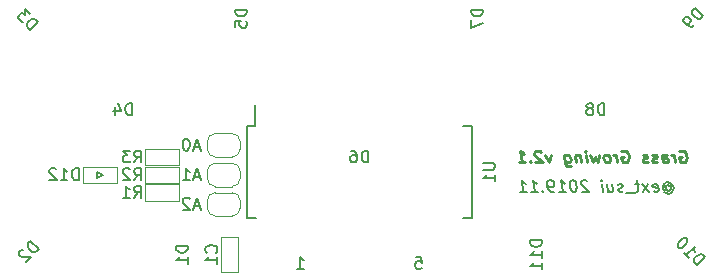
<source format=gbo>
G04 #@! TF.GenerationSoftware,KiCad,Pcbnew,(5.0.2)-1*
G04 #@! TF.CreationDate,2019-11-13T22:38:42+09:00*
G04 #@! TF.ProjectId,Grass,47726173-732e-46b6-9963-61645f706362,rev?*
G04 #@! TF.SameCoordinates,Original*
G04 #@! TF.FileFunction,Legend,Bot*
G04 #@! TF.FilePolarity,Positive*
%FSLAX46Y46*%
G04 Gerber Fmt 4.6, Leading zero omitted, Abs format (unit mm)*
G04 Created by KiCad (PCBNEW (5.0.2)-1) date 2019/11/13 22:38:42*
%MOMM*%
%LPD*%
G01*
G04 APERTURE LIST*
%ADD10C,0.150000*%
%ADD11C,0.200000*%
%ADD12C,0.250000*%
%ADD13C,0.120000*%
G04 APERTURE END LIST*
D10*
X134761904Y-148452380D02*
X135238095Y-148452380D01*
X135285714Y-148928571D01*
X135238095Y-148880952D01*
X135142857Y-148833333D01*
X134904761Y-148833333D01*
X134809523Y-148880952D01*
X134761904Y-148928571D01*
X134714285Y-149023809D01*
X134714285Y-149261904D01*
X134761904Y-149357142D01*
X134809523Y-149404761D01*
X134904761Y-149452380D01*
X135142857Y-149452380D01*
X135238095Y-149404761D01*
X135285714Y-149357142D01*
X124714285Y-149452380D02*
X125285714Y-149452380D01*
X125000000Y-149452380D02*
X125000000Y-148452380D01*
X125095238Y-148595238D01*
X125190476Y-148690476D01*
X125285714Y-148738095D01*
D11*
X155901666Y-142476190D02*
X155943333Y-142428571D01*
X156032619Y-142380952D01*
X156127857Y-142380952D01*
X156229047Y-142428571D01*
X156282619Y-142476190D01*
X156342142Y-142571428D01*
X156354047Y-142666666D01*
X156318333Y-142761904D01*
X156276666Y-142809523D01*
X156187380Y-142857142D01*
X156092142Y-142857142D01*
X155990952Y-142809523D01*
X155937380Y-142761904D01*
X155889761Y-142380952D02*
X155937380Y-142761904D01*
X155895714Y-142809523D01*
X155848095Y-142809523D01*
X155746904Y-142761904D01*
X155687380Y-142666666D01*
X155657619Y-142428571D01*
X155735000Y-142285714D01*
X155865952Y-142190476D01*
X156050476Y-142142857D01*
X156246904Y-142190476D01*
X156401666Y-142285714D01*
X156514761Y-142428571D01*
X156586190Y-142619047D01*
X156562380Y-142809523D01*
X156485000Y-142952380D01*
X156354047Y-143047619D01*
X156169523Y-143095238D01*
X155973095Y-143047619D01*
X155818333Y-142952380D01*
X154907619Y-142904761D02*
X155008809Y-142952380D01*
X155199285Y-142952380D01*
X155288571Y-142904761D01*
X155324285Y-142809523D01*
X155276666Y-142428571D01*
X155217142Y-142333333D01*
X155115952Y-142285714D01*
X154925476Y-142285714D01*
X154836190Y-142333333D01*
X154800476Y-142428571D01*
X154812380Y-142523809D01*
X155300476Y-142619047D01*
X154532619Y-142952380D02*
X153925476Y-142285714D01*
X154449285Y-142285714D02*
X154008809Y-142952380D01*
X153687380Y-142285714D02*
X153306428Y-142285714D01*
X153502857Y-141952380D02*
X153610000Y-142809523D01*
X153574285Y-142904761D01*
X153485000Y-142952380D01*
X153389761Y-142952380D01*
X153306428Y-143047619D02*
X152544523Y-143047619D01*
X152336190Y-142904761D02*
X152246904Y-142952380D01*
X152056428Y-142952380D01*
X151955238Y-142904761D01*
X151895714Y-142809523D01*
X151889761Y-142761904D01*
X151925476Y-142666666D01*
X152014761Y-142619047D01*
X152157619Y-142619047D01*
X152246904Y-142571428D01*
X152282619Y-142476190D01*
X152276666Y-142428571D01*
X152217142Y-142333333D01*
X152115952Y-142285714D01*
X151973095Y-142285714D01*
X151883809Y-142333333D01*
X150973095Y-142285714D02*
X151056428Y-142952380D01*
X151401666Y-142285714D02*
X151467142Y-142809523D01*
X151431428Y-142904761D01*
X151342142Y-142952380D01*
X151199285Y-142952380D01*
X151098095Y-142904761D01*
X151044523Y-142857142D01*
X150580238Y-142952380D02*
X150496904Y-142285714D01*
X150455238Y-141952380D02*
X150508809Y-142000000D01*
X150467142Y-142047619D01*
X150413571Y-142000000D01*
X150455238Y-141952380D01*
X150467142Y-142047619D01*
X149276666Y-142047619D02*
X149223095Y-142000000D01*
X149121904Y-141952380D01*
X148883809Y-141952380D01*
X148794523Y-142000000D01*
X148752857Y-142047619D01*
X148717142Y-142142857D01*
X148729047Y-142238095D01*
X148794523Y-142380952D01*
X149437380Y-142952380D01*
X148818333Y-142952380D01*
X148074285Y-141952380D02*
X147979047Y-141952380D01*
X147889761Y-142000000D01*
X147848095Y-142047619D01*
X147812380Y-142142857D01*
X147788571Y-142333333D01*
X147818333Y-142571428D01*
X147889761Y-142761904D01*
X147949285Y-142857142D01*
X148002857Y-142904761D01*
X148104047Y-142952380D01*
X148199285Y-142952380D01*
X148288571Y-142904761D01*
X148330238Y-142857142D01*
X148365952Y-142761904D01*
X148389761Y-142571428D01*
X148360000Y-142333333D01*
X148288571Y-142142857D01*
X148229047Y-142047619D01*
X148175476Y-142000000D01*
X148074285Y-141952380D01*
X146913571Y-142952380D02*
X147485000Y-142952380D01*
X147199285Y-142952380D02*
X147074285Y-141952380D01*
X147187380Y-142095238D01*
X147294523Y-142190476D01*
X147395714Y-142238095D01*
X146437380Y-142952380D02*
X146246904Y-142952380D01*
X146145714Y-142904761D01*
X146092142Y-142857142D01*
X145979047Y-142714285D01*
X145907619Y-142523809D01*
X145860000Y-142142857D01*
X145895714Y-142047619D01*
X145937380Y-142000000D01*
X146026666Y-141952380D01*
X146217142Y-141952380D01*
X146318333Y-142000000D01*
X146371904Y-142047619D01*
X146431428Y-142142857D01*
X146461190Y-142380952D01*
X146425476Y-142476190D01*
X146383809Y-142523809D01*
X146294523Y-142571428D01*
X146104047Y-142571428D01*
X146002857Y-142523809D01*
X145949285Y-142476190D01*
X145889761Y-142380952D01*
X145520714Y-142857142D02*
X145479047Y-142904761D01*
X145532619Y-142952380D01*
X145574285Y-142904761D01*
X145520714Y-142857142D01*
X145532619Y-142952380D01*
X144532619Y-142952380D02*
X145104047Y-142952380D01*
X144818333Y-142952380D02*
X144693333Y-141952380D01*
X144806428Y-142095238D01*
X144913571Y-142190476D01*
X145014761Y-142238095D01*
X143580238Y-142952380D02*
X144151666Y-142952380D01*
X143865952Y-142952380D02*
X143740952Y-141952380D01*
X143854047Y-142095238D01*
X143961190Y-142190476D01*
X144062380Y-142238095D01*
D12*
X157060491Y-139500000D02*
X157149776Y-139452380D01*
X157292633Y-139452380D01*
X157441443Y-139500000D01*
X157548586Y-139595238D01*
X157608110Y-139690476D01*
X157679538Y-139880952D01*
X157697395Y-140023809D01*
X157673586Y-140214285D01*
X157637872Y-140309523D01*
X157554538Y-140404761D01*
X157417633Y-140452380D01*
X157322395Y-140452380D01*
X157173586Y-140404761D01*
X157120014Y-140357142D01*
X157078348Y-140023809D01*
X157268824Y-140023809D01*
X156703348Y-140452380D02*
X156620014Y-139785714D01*
X156643824Y-139976190D02*
X156584300Y-139880952D01*
X156530729Y-139833333D01*
X156429538Y-139785714D01*
X156334300Y-139785714D01*
X155655729Y-140452380D02*
X155590252Y-139928571D01*
X155625967Y-139833333D01*
X155715252Y-139785714D01*
X155905729Y-139785714D01*
X156006919Y-139833333D01*
X155649776Y-140404761D02*
X155750967Y-140452380D01*
X155989062Y-140452380D01*
X156078348Y-140404761D01*
X156114062Y-140309523D01*
X156102157Y-140214285D01*
X156042633Y-140119047D01*
X155941443Y-140071428D01*
X155703348Y-140071428D01*
X155602157Y-140023809D01*
X155221205Y-140404761D02*
X155131919Y-140452380D01*
X154941443Y-140452380D01*
X154840252Y-140404761D01*
X154780729Y-140309523D01*
X154774776Y-140261904D01*
X154810491Y-140166666D01*
X154899776Y-140119047D01*
X155042633Y-140119047D01*
X155131919Y-140071428D01*
X155167633Y-139976190D01*
X155161681Y-139928571D01*
X155102157Y-139833333D01*
X155000967Y-139785714D01*
X154858110Y-139785714D01*
X154768824Y-139833333D01*
X154411681Y-140404761D02*
X154322395Y-140452380D01*
X154131919Y-140452380D01*
X154030729Y-140404761D01*
X153971205Y-140309523D01*
X153965252Y-140261904D01*
X154000967Y-140166666D01*
X154090252Y-140119047D01*
X154233110Y-140119047D01*
X154322395Y-140071428D01*
X154358110Y-139976190D01*
X154352157Y-139928571D01*
X154292633Y-139833333D01*
X154191443Y-139785714D01*
X154048586Y-139785714D01*
X153959300Y-139833333D01*
X152155729Y-139500000D02*
X152245014Y-139452380D01*
X152387872Y-139452380D01*
X152536681Y-139500000D01*
X152643824Y-139595238D01*
X152703348Y-139690476D01*
X152774776Y-139880952D01*
X152792633Y-140023809D01*
X152768824Y-140214285D01*
X152733110Y-140309523D01*
X152649776Y-140404761D01*
X152512872Y-140452380D01*
X152417633Y-140452380D01*
X152268824Y-140404761D01*
X152215252Y-140357142D01*
X152173586Y-140023809D01*
X152364062Y-140023809D01*
X151798586Y-140452380D02*
X151715252Y-139785714D01*
X151739062Y-139976190D02*
X151679538Y-139880952D01*
X151625967Y-139833333D01*
X151524776Y-139785714D01*
X151429538Y-139785714D01*
X151036681Y-140452380D02*
X151125967Y-140404761D01*
X151167633Y-140357142D01*
X151203348Y-140261904D01*
X151167633Y-139976190D01*
X151108110Y-139880952D01*
X151054538Y-139833333D01*
X150953348Y-139785714D01*
X150810491Y-139785714D01*
X150721205Y-139833333D01*
X150679538Y-139880952D01*
X150643824Y-139976190D01*
X150679538Y-140261904D01*
X150739062Y-140357142D01*
X150792633Y-140404761D01*
X150893824Y-140452380D01*
X151036681Y-140452380D01*
X150286681Y-139785714D02*
X150179538Y-140452380D01*
X149929538Y-139976190D01*
X149798586Y-140452380D01*
X149524776Y-139785714D01*
X149227157Y-140452380D02*
X149143824Y-139785714D01*
X149102157Y-139452380D02*
X149155729Y-139500000D01*
X149114062Y-139547619D01*
X149060491Y-139500000D01*
X149102157Y-139452380D01*
X149114062Y-139547619D01*
X148667633Y-139785714D02*
X148750967Y-140452380D01*
X148679538Y-139880952D02*
X148625967Y-139833333D01*
X148524776Y-139785714D01*
X148381919Y-139785714D01*
X148292633Y-139833333D01*
X148256919Y-139928571D01*
X148322395Y-140452380D01*
X147334300Y-139785714D02*
X147435491Y-140595238D01*
X147495014Y-140690476D01*
X147548586Y-140738095D01*
X147649776Y-140785714D01*
X147792633Y-140785714D01*
X147881919Y-140738095D01*
X147411681Y-140404761D02*
X147512872Y-140452380D01*
X147703348Y-140452380D01*
X147792633Y-140404761D01*
X147834300Y-140357142D01*
X147870014Y-140261904D01*
X147834300Y-139976190D01*
X147774776Y-139880952D01*
X147721205Y-139833333D01*
X147620014Y-139785714D01*
X147429538Y-139785714D01*
X147340252Y-139833333D01*
X146191443Y-139785714D02*
X146036681Y-140452380D01*
X145715252Y-139785714D01*
X145352157Y-139547619D02*
X145298586Y-139500000D01*
X145197395Y-139452380D01*
X144959300Y-139452380D01*
X144870014Y-139500000D01*
X144828348Y-139547619D01*
X144792633Y-139642857D01*
X144804538Y-139738095D01*
X144870014Y-139880952D01*
X145512872Y-140452380D01*
X144893824Y-140452380D01*
X144453348Y-140357142D02*
X144411681Y-140404761D01*
X144465252Y-140452380D01*
X144506919Y-140404761D01*
X144453348Y-140357142D01*
X144465252Y-140452380D01*
X143465252Y-140452380D02*
X144036681Y-140452380D01*
X143750967Y-140452380D02*
X143625967Y-139452380D01*
X143739062Y-139595238D01*
X143846205Y-139690476D01*
X143947395Y-139738095D01*
D13*
G04 #@! TO.C,C1*
X119700000Y-149700000D02*
X118300000Y-149700000D01*
X119700000Y-146800000D02*
X118300000Y-146800000D01*
X118300000Y-146800000D02*
X118300000Y-149700000D01*
X119700000Y-149700000D02*
X119700000Y-146800000D01*
G04 #@! TO.C,JP1*
X119200000Y-145000000D02*
G75*
G03X119900000Y-144300000I0J700000D01*
G01*
X119900000Y-143700000D02*
G75*
G03X119200000Y-143000000I-700000J0D01*
G01*
X117800000Y-143000000D02*
G75*
G03X117100000Y-143700000I0J-700000D01*
G01*
X117100000Y-144300000D02*
G75*
G03X117800000Y-145000000I700000J0D01*
G01*
X117100000Y-143700000D02*
X117100000Y-144300000D01*
X119200000Y-143000000D02*
X117800000Y-143000000D01*
X119900000Y-144300000D02*
X119900000Y-143700000D01*
X117800000Y-145000000D02*
X119200000Y-145000000D01*
G04 #@! TO.C,JP2*
X117800000Y-142500000D02*
X119200000Y-142500000D01*
X119900000Y-141800000D02*
X119900000Y-141200000D01*
X119200000Y-140500000D02*
X117800000Y-140500000D01*
X117100000Y-141200000D02*
X117100000Y-141800000D01*
X117100000Y-141800000D02*
G75*
G03X117800000Y-142500000I700000J0D01*
G01*
X117800000Y-140500000D02*
G75*
G03X117100000Y-141200000I0J-700000D01*
G01*
X119900000Y-141200000D02*
G75*
G03X119200000Y-140500000I-700000J0D01*
G01*
X119200000Y-142500000D02*
G75*
G03X119900000Y-141800000I0J700000D01*
G01*
G04 #@! TO.C,JP3*
X119200000Y-140000000D02*
G75*
G03X119900000Y-139300000I0J700000D01*
G01*
X119900000Y-138700000D02*
G75*
G03X119200000Y-138000000I-700000J0D01*
G01*
X117800000Y-138000000D02*
G75*
G03X117100000Y-138700000I0J-700000D01*
G01*
X117100000Y-139300000D02*
G75*
G03X117800000Y-140000000I700000J0D01*
G01*
X117100000Y-138700000D02*
X117100000Y-139300000D01*
X119200000Y-138000000D02*
X117800000Y-138000000D01*
X119900000Y-139300000D02*
X119900000Y-138700000D01*
X117800000Y-140000000D02*
X119200000Y-140000000D01*
G04 #@! TO.C,R1*
X114700000Y-142300000D02*
X114700000Y-143700000D01*
X111800000Y-142300000D02*
X111800000Y-143700000D01*
X111800000Y-143700000D02*
X114700000Y-143700000D01*
X114700000Y-142300000D02*
X111800000Y-142300000D01*
G04 #@! TO.C,R2*
X114700000Y-140800000D02*
X111800000Y-140800000D01*
X111800000Y-142200000D02*
X114700000Y-142200000D01*
X111800000Y-140800000D02*
X111800000Y-142200000D01*
X114700000Y-140800000D02*
X114700000Y-142200000D01*
G04 #@! TO.C,R3*
X114700000Y-139300000D02*
X114700000Y-140700000D01*
X111800000Y-139300000D02*
X111800000Y-140700000D01*
X111800000Y-140700000D02*
X114700000Y-140700000D01*
X114700000Y-139300000D02*
X111800000Y-139300000D01*
D10*
G04 #@! TO.C,U1*
X120475000Y-137375000D02*
X121125000Y-137375000D01*
X120475000Y-145125000D02*
X121220000Y-145125000D01*
X139525000Y-145125000D02*
X138780000Y-145125000D01*
X139525000Y-137375000D02*
X138780000Y-137375000D01*
X120475000Y-137375000D02*
X120475000Y-145125000D01*
X139525000Y-137375000D02*
X139525000Y-145125000D01*
X121125000Y-137375000D02*
X121125000Y-135550000D01*
D13*
G04 #@! TO.C,D12*
X109450000Y-140800000D02*
X109450000Y-142200000D01*
X106550000Y-140800000D02*
X106550000Y-142200000D01*
X106550000Y-142200000D02*
X109450000Y-142200000D01*
X109450000Y-140800000D02*
X106550000Y-140800000D01*
D10*
X107750000Y-141250000D02*
X107750000Y-141750000D01*
X108250000Y-141500000D02*
X107750000Y-141250000D01*
X108250000Y-141500000D02*
X107750000Y-141750000D01*
G04 #@! TD*
G04 #@! TO.C,C1*
X117857142Y-148083333D02*
X117904761Y-148035714D01*
X117952380Y-147892857D01*
X117952380Y-147797619D01*
X117904761Y-147654761D01*
X117809523Y-147559523D01*
X117714285Y-147511904D01*
X117523809Y-147464285D01*
X117380952Y-147464285D01*
X117190476Y-147511904D01*
X117095238Y-147559523D01*
X117000000Y-147654761D01*
X116952380Y-147797619D01*
X116952380Y-147892857D01*
X117000000Y-148035714D01*
X117047619Y-148083333D01*
X117952380Y-149035714D02*
X117952380Y-148464285D01*
X117952380Y-148750000D02*
X116952380Y-148750000D01*
X117095238Y-148654761D01*
X117190476Y-148559523D01*
X117238095Y-148464285D01*
G04 #@! TO.C,JP1*
X116464285Y-144166666D02*
X115988095Y-144166666D01*
X116559523Y-144452380D02*
X116226190Y-143452380D01*
X115892857Y-144452380D01*
X115607142Y-143547619D02*
X115559523Y-143500000D01*
X115464285Y-143452380D01*
X115226190Y-143452380D01*
X115130952Y-143500000D01*
X115083333Y-143547619D01*
X115035714Y-143642857D01*
X115035714Y-143738095D01*
X115083333Y-143880952D01*
X115654761Y-144452380D01*
X115035714Y-144452380D01*
G04 #@! TO.C,JP2*
X116464285Y-141666666D02*
X115988095Y-141666666D01*
X116559523Y-141952380D02*
X116226190Y-140952380D01*
X115892857Y-141952380D01*
X115035714Y-141952380D02*
X115607142Y-141952380D01*
X115321428Y-141952380D02*
X115321428Y-140952380D01*
X115416666Y-141095238D01*
X115511904Y-141190476D01*
X115607142Y-141238095D01*
G04 #@! TO.C,JP3*
X116464285Y-139166666D02*
X115988095Y-139166666D01*
X116559523Y-139452380D02*
X116226190Y-138452380D01*
X115892857Y-139452380D01*
X115369047Y-138452380D02*
X115273809Y-138452380D01*
X115178571Y-138500000D01*
X115130952Y-138547619D01*
X115083333Y-138642857D01*
X115035714Y-138833333D01*
X115035714Y-139071428D01*
X115083333Y-139261904D01*
X115130952Y-139357142D01*
X115178571Y-139404761D01*
X115273809Y-139452380D01*
X115369047Y-139452380D01*
X115464285Y-139404761D01*
X115511904Y-139357142D01*
X115559523Y-139261904D01*
X115607142Y-139071428D01*
X115607142Y-138833333D01*
X115559523Y-138642857D01*
X115511904Y-138547619D01*
X115464285Y-138500000D01*
X115369047Y-138452380D01*
G04 #@! TO.C,R1*
X110916666Y-143452380D02*
X111250000Y-142976190D01*
X111488095Y-143452380D02*
X111488095Y-142452380D01*
X111107142Y-142452380D01*
X111011904Y-142500000D01*
X110964285Y-142547619D01*
X110916666Y-142642857D01*
X110916666Y-142785714D01*
X110964285Y-142880952D01*
X111011904Y-142928571D01*
X111107142Y-142976190D01*
X111488095Y-142976190D01*
X109964285Y-143452380D02*
X110535714Y-143452380D01*
X110250000Y-143452380D02*
X110250000Y-142452380D01*
X110345238Y-142595238D01*
X110440476Y-142690476D01*
X110535714Y-142738095D01*
G04 #@! TO.C,R2*
X110916666Y-141952380D02*
X111250000Y-141476190D01*
X111488095Y-141952380D02*
X111488095Y-140952380D01*
X111107142Y-140952380D01*
X111011904Y-141000000D01*
X110964285Y-141047619D01*
X110916666Y-141142857D01*
X110916666Y-141285714D01*
X110964285Y-141380952D01*
X111011904Y-141428571D01*
X111107142Y-141476190D01*
X111488095Y-141476190D01*
X110535714Y-141047619D02*
X110488095Y-141000000D01*
X110392857Y-140952380D01*
X110154761Y-140952380D01*
X110059523Y-141000000D01*
X110011904Y-141047619D01*
X109964285Y-141142857D01*
X109964285Y-141238095D01*
X110011904Y-141380952D01*
X110583333Y-141952380D01*
X109964285Y-141952380D01*
G04 #@! TO.C,R3*
X110916666Y-140452380D02*
X111250000Y-139976190D01*
X111488095Y-140452380D02*
X111488095Y-139452380D01*
X111107142Y-139452380D01*
X111011904Y-139500000D01*
X110964285Y-139547619D01*
X110916666Y-139642857D01*
X110916666Y-139785714D01*
X110964285Y-139880952D01*
X111011904Y-139928571D01*
X111107142Y-139976190D01*
X111488095Y-139976190D01*
X110583333Y-139452380D02*
X109964285Y-139452380D01*
X110297619Y-139833333D01*
X110154761Y-139833333D01*
X110059523Y-139880952D01*
X110011904Y-139928571D01*
X109964285Y-140023809D01*
X109964285Y-140261904D01*
X110011904Y-140357142D01*
X110059523Y-140404761D01*
X110154761Y-140452380D01*
X110440476Y-140452380D01*
X110535714Y-140404761D01*
X110583333Y-140357142D01*
G04 #@! TO.C,U1*
X140452380Y-140488095D02*
X141261904Y-140488095D01*
X141357142Y-140535714D01*
X141404761Y-140583333D01*
X141452380Y-140678571D01*
X141452380Y-140869047D01*
X141404761Y-140964285D01*
X141357142Y-141011904D01*
X141261904Y-141059523D01*
X140452380Y-141059523D01*
X141452380Y-142059523D02*
X141452380Y-141488095D01*
X141452380Y-141773809D02*
X140452380Y-141773809D01*
X140595238Y-141678571D01*
X140690476Y-141583333D01*
X140738095Y-141488095D01*
G04 #@! TO.C,D1*
X115452380Y-147511904D02*
X114452380Y-147511904D01*
X114452380Y-147750000D01*
X114500000Y-147892857D01*
X114595238Y-147988095D01*
X114690476Y-148035714D01*
X114880952Y-148083333D01*
X115023809Y-148083333D01*
X115214285Y-148035714D01*
X115309523Y-147988095D01*
X115404761Y-147892857D01*
X115452380Y-147750000D01*
X115452380Y-147511904D01*
X115452380Y-149035714D02*
X115452380Y-148464285D01*
X115452380Y-148750000D02*
X114452380Y-148750000D01*
X114595238Y-148654761D01*
X114690476Y-148559523D01*
X114738095Y-148464285D01*
G04 #@! TO.C,D2*
X102841793Y-147797969D02*
X102134687Y-147090862D01*
X101966328Y-147259221D01*
X101898984Y-147393908D01*
X101898984Y-147528595D01*
X101932656Y-147629610D01*
X102033671Y-147797969D01*
X102134687Y-147898984D01*
X102303045Y-148000000D01*
X102404061Y-148033671D01*
X102538748Y-148033671D01*
X102673435Y-147966328D01*
X102841793Y-147797969D01*
X101528595Y-147831641D02*
X101461251Y-147831641D01*
X101360236Y-147865312D01*
X101191877Y-148033671D01*
X101158206Y-148134687D01*
X101158206Y-148202030D01*
X101191877Y-148303045D01*
X101259221Y-148370389D01*
X101393908Y-148437732D01*
X102202030Y-148437732D01*
X101764297Y-148875465D01*
G04 #@! TO.C,D3*
X102067715Y-129241793D02*
X102774822Y-128534687D01*
X102606463Y-128366328D01*
X102471776Y-128298984D01*
X102337089Y-128298984D01*
X102236074Y-128332656D01*
X102067715Y-128433671D01*
X101966700Y-128534687D01*
X101865685Y-128703045D01*
X101832013Y-128804061D01*
X101832013Y-128938748D01*
X101899356Y-129073435D01*
X102067715Y-129241793D01*
X102135059Y-127894923D02*
X101697326Y-127457190D01*
X101663654Y-127962267D01*
X101562639Y-127861251D01*
X101461623Y-127827580D01*
X101394280Y-127827580D01*
X101293265Y-127861251D01*
X101124906Y-128029610D01*
X101091234Y-128130625D01*
X101091234Y-128197969D01*
X101124906Y-128298984D01*
X101326936Y-128501015D01*
X101427952Y-128534687D01*
X101495295Y-128534687D01*
G04 #@! TO.C,D4*
X110738095Y-136452380D02*
X110738095Y-135452380D01*
X110500000Y-135452380D01*
X110357142Y-135500000D01*
X110261904Y-135595238D01*
X110214285Y-135690476D01*
X110166666Y-135880952D01*
X110166666Y-136023809D01*
X110214285Y-136214285D01*
X110261904Y-136309523D01*
X110357142Y-136404761D01*
X110500000Y-136452380D01*
X110738095Y-136452380D01*
X109309523Y-135785714D02*
X109309523Y-136452380D01*
X109547619Y-135404761D02*
X109785714Y-136119047D01*
X109166666Y-136119047D01*
G04 #@! TO.C,D5*
X120452380Y-127511904D02*
X119452380Y-127511904D01*
X119452380Y-127750000D01*
X119500000Y-127892857D01*
X119595238Y-127988095D01*
X119690476Y-128035714D01*
X119880952Y-128083333D01*
X120023809Y-128083333D01*
X120214285Y-128035714D01*
X120309523Y-127988095D01*
X120404761Y-127892857D01*
X120452380Y-127750000D01*
X120452380Y-127511904D01*
X119452380Y-128988095D02*
X119452380Y-128511904D01*
X119928571Y-128464285D01*
X119880952Y-128511904D01*
X119833333Y-128607142D01*
X119833333Y-128845238D01*
X119880952Y-128940476D01*
X119928571Y-128988095D01*
X120023809Y-129035714D01*
X120261904Y-129035714D01*
X120357142Y-128988095D01*
X120404761Y-128940476D01*
X120452380Y-128845238D01*
X120452380Y-128607142D01*
X120404761Y-128511904D01*
X120357142Y-128464285D01*
G04 #@! TO.C,D7*
X140452380Y-127511904D02*
X139452380Y-127511904D01*
X139452380Y-127750000D01*
X139500000Y-127892857D01*
X139595238Y-127988095D01*
X139690476Y-128035714D01*
X139880952Y-128083333D01*
X140023809Y-128083333D01*
X140214285Y-128035714D01*
X140309523Y-127988095D01*
X140404761Y-127892857D01*
X140452380Y-127750000D01*
X140452380Y-127511904D01*
X139452380Y-128416666D02*
X139452380Y-129083333D01*
X140452380Y-128654761D01*
G04 #@! TO.C,D8*
X150738095Y-136452380D02*
X150738095Y-135452380D01*
X150500000Y-135452380D01*
X150357142Y-135500000D01*
X150261904Y-135595238D01*
X150214285Y-135690476D01*
X150166666Y-135880952D01*
X150166666Y-136023809D01*
X150214285Y-136214285D01*
X150261904Y-136309523D01*
X150357142Y-136404761D01*
X150500000Y-136452380D01*
X150738095Y-136452380D01*
X149595238Y-135880952D02*
X149690476Y-135833333D01*
X149738095Y-135785714D01*
X149785714Y-135690476D01*
X149785714Y-135642857D01*
X149738095Y-135547619D01*
X149690476Y-135500000D01*
X149595238Y-135452380D01*
X149404761Y-135452380D01*
X149309523Y-135500000D01*
X149261904Y-135547619D01*
X149214285Y-135642857D01*
X149214285Y-135690476D01*
X149261904Y-135785714D01*
X149309523Y-135833333D01*
X149404761Y-135880952D01*
X149595238Y-135880952D01*
X149690476Y-135928571D01*
X149738095Y-135976190D01*
X149785714Y-136071428D01*
X149785714Y-136261904D01*
X149738095Y-136357142D01*
X149690476Y-136404761D01*
X149595238Y-136452380D01*
X149404761Y-136452380D01*
X149309523Y-136404761D01*
X149261904Y-136357142D01*
X149214285Y-136261904D01*
X149214285Y-136071428D01*
X149261904Y-135976190D01*
X149309523Y-135928571D01*
X149404761Y-135880952D01*
G04 #@! TO.C,D9*
X159091793Y-128047969D02*
X158384687Y-127340862D01*
X158216328Y-127509221D01*
X158148984Y-127643908D01*
X158148984Y-127778595D01*
X158182656Y-127879610D01*
X158283671Y-128047969D01*
X158384687Y-128148984D01*
X158553045Y-128250000D01*
X158654061Y-128283671D01*
X158788748Y-128283671D01*
X158923435Y-128216328D01*
X159091793Y-128047969D01*
X158351015Y-128788748D02*
X158216328Y-128923435D01*
X158115312Y-128957106D01*
X158047969Y-128957106D01*
X157879610Y-128923435D01*
X157711251Y-128822419D01*
X157441877Y-128553045D01*
X157408206Y-128452030D01*
X157408206Y-128384687D01*
X157441877Y-128283671D01*
X157576564Y-128148984D01*
X157677580Y-128115312D01*
X157744923Y-128115312D01*
X157845938Y-128148984D01*
X158014297Y-128317343D01*
X158047969Y-128418358D01*
X158047969Y-128485702D01*
X158014297Y-128586717D01*
X157879610Y-128721404D01*
X157778595Y-128755076D01*
X157711251Y-128755076D01*
X157610236Y-128721404D01*
G04 #@! TO.C,D10*
X158538748Y-149178511D02*
X159245854Y-148471404D01*
X159077496Y-148303045D01*
X158942809Y-148235702D01*
X158808122Y-148235702D01*
X158707106Y-148269374D01*
X158538748Y-148370389D01*
X158437732Y-148471404D01*
X158336717Y-148639763D01*
X158303045Y-148740778D01*
X158303045Y-148875465D01*
X158370389Y-149010152D01*
X158538748Y-149178511D01*
X157461251Y-148101015D02*
X157865312Y-148505076D01*
X157663282Y-148303045D02*
X158370389Y-147595938D01*
X158336717Y-147764297D01*
X158336717Y-147898984D01*
X158370389Y-147999999D01*
X157730625Y-146956175D02*
X157663282Y-146888832D01*
X157562267Y-146855160D01*
X157494923Y-146855160D01*
X157393908Y-146888832D01*
X157225549Y-146989847D01*
X157057190Y-147158206D01*
X156956175Y-147326564D01*
X156922503Y-147427580D01*
X156922503Y-147494923D01*
X156956175Y-147595938D01*
X157023519Y-147663282D01*
X157124534Y-147696954D01*
X157191877Y-147696954D01*
X157292893Y-147663282D01*
X157461251Y-147562267D01*
X157629610Y-147393908D01*
X157730625Y-147225549D01*
X157764297Y-147124534D01*
X157764297Y-147057190D01*
X157730625Y-146956175D01*
G04 #@! TO.C,D11*
X145452380Y-147035714D02*
X144452380Y-147035714D01*
X144452380Y-147273809D01*
X144500000Y-147416666D01*
X144595238Y-147511904D01*
X144690476Y-147559523D01*
X144880952Y-147607142D01*
X145023809Y-147607142D01*
X145214285Y-147559523D01*
X145309523Y-147511904D01*
X145404761Y-147416666D01*
X145452380Y-147273809D01*
X145452380Y-147035714D01*
X145452380Y-148559523D02*
X145452380Y-147988095D01*
X145452380Y-148273809D02*
X144452380Y-148273809D01*
X144595238Y-148178571D01*
X144690476Y-148083333D01*
X144738095Y-147988095D01*
X145452380Y-149511904D02*
X145452380Y-148940476D01*
X145452380Y-149226190D02*
X144452380Y-149226190D01*
X144595238Y-149130952D01*
X144690476Y-149035714D01*
X144738095Y-148940476D01*
G04 #@! TO.C,D6*
X130738095Y-140452380D02*
X130738095Y-139452380D01*
X130500000Y-139452380D01*
X130357142Y-139500000D01*
X130261904Y-139595238D01*
X130214285Y-139690476D01*
X130166666Y-139880952D01*
X130166666Y-140023809D01*
X130214285Y-140214285D01*
X130261904Y-140309523D01*
X130357142Y-140404761D01*
X130500000Y-140452380D01*
X130738095Y-140452380D01*
X129309523Y-139452380D02*
X129500000Y-139452380D01*
X129595238Y-139500000D01*
X129642857Y-139547619D01*
X129738095Y-139690476D01*
X129785714Y-139880952D01*
X129785714Y-140261904D01*
X129738095Y-140357142D01*
X129690476Y-140404761D01*
X129595238Y-140452380D01*
X129404761Y-140452380D01*
X129309523Y-140404761D01*
X129261904Y-140357142D01*
X129214285Y-140261904D01*
X129214285Y-140023809D01*
X129261904Y-139928571D01*
X129309523Y-139880952D01*
X129404761Y-139833333D01*
X129595238Y-139833333D01*
X129690476Y-139880952D01*
X129738095Y-139928571D01*
X129785714Y-140023809D01*
G04 #@! TO.C,D12*
X106214285Y-141952380D02*
X106214285Y-140952380D01*
X105976190Y-140952380D01*
X105833333Y-141000000D01*
X105738095Y-141095238D01*
X105690476Y-141190476D01*
X105642857Y-141380952D01*
X105642857Y-141523809D01*
X105690476Y-141714285D01*
X105738095Y-141809523D01*
X105833333Y-141904761D01*
X105976190Y-141952380D01*
X106214285Y-141952380D01*
X104690476Y-141952380D02*
X105261904Y-141952380D01*
X104976190Y-141952380D02*
X104976190Y-140952380D01*
X105071428Y-141095238D01*
X105166666Y-141190476D01*
X105261904Y-141238095D01*
X104309523Y-141047619D02*
X104261904Y-141000000D01*
X104166666Y-140952380D01*
X103928571Y-140952380D01*
X103833333Y-141000000D01*
X103785714Y-141047619D01*
X103738095Y-141142857D01*
X103738095Y-141238095D01*
X103785714Y-141380952D01*
X104357142Y-141952380D01*
X103738095Y-141952380D01*
G04 #@! TD*
M02*

</source>
